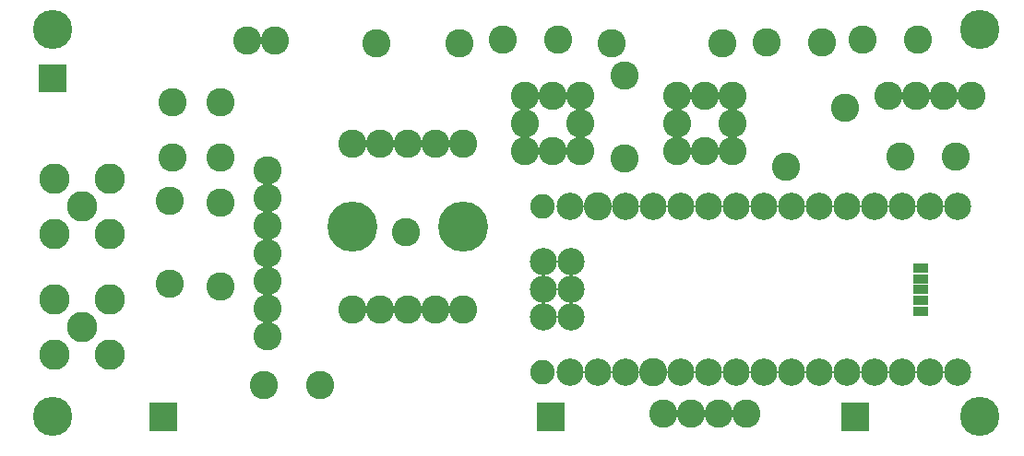
<source format=gbr>
%FSLAX34Y34*%
%MOMM*%
%LNSOLDERMASK_BOTTOM*%
G71*
G01*
%ADD10R,1.470X0.835*%
%ADD11C,2.500*%
%ADD12C,2.250*%
%ADD13C,2.600*%
%ADD14C,2.800*%
%ADD15C,2.600*%
%ADD16C,4.600*%
%ADD17C,3.600*%
%LPD*%
X821785Y155745D02*
G54D10*
D03*
X821785Y145585D02*
G54D10*
D03*
X821785Y135933D02*
G54D10*
D03*
X821785Y125773D02*
G54D10*
D03*
X821785Y115867D02*
G54D10*
D03*
X500221Y60241D02*
G54D11*
D03*
X525621Y60241D02*
G54D11*
D03*
X551021Y60241D02*
G54D11*
D03*
X576421Y60241D02*
G54D11*
D03*
X601821Y60241D02*
G54D11*
D03*
X627221Y60241D02*
G54D11*
D03*
X652621Y60241D02*
G54D11*
D03*
X678021Y60241D02*
G54D11*
D03*
X703421Y60241D02*
G54D11*
D03*
X728821Y60241D02*
G54D11*
D03*
X754221Y60241D02*
G54D11*
D03*
X779621Y60241D02*
G54D11*
D03*
X805021Y60241D02*
G54D11*
D03*
X830421Y60241D02*
G54D11*
D03*
X855821Y60241D02*
G54D11*
D03*
X500221Y212641D02*
G54D11*
D03*
X525621Y212641D02*
G54D11*
D03*
X551021Y212641D02*
G54D11*
D03*
X576421Y212641D02*
G54D11*
D03*
X601821Y212641D02*
G54D11*
D03*
X627221Y212641D02*
G54D11*
D03*
X652621Y212641D02*
G54D11*
D03*
X678021Y212641D02*
G54D11*
D03*
X703421Y212641D02*
G54D11*
D03*
X728821Y212641D02*
G54D11*
D03*
X754221Y212641D02*
G54D11*
D03*
X779621Y212641D02*
G54D11*
D03*
X805021Y212641D02*
G54D11*
D03*
X830421Y212641D02*
G54D11*
D03*
X855821Y212641D02*
G54D11*
D03*
X474980Y212800D02*
G54D12*
D03*
X474980Y60400D02*
G54D12*
D03*
X501237Y161587D02*
G54D11*
D03*
X475837Y161587D02*
G54D11*
D03*
X501237Y136187D02*
G54D11*
D03*
X475837Y136187D02*
G54D11*
D03*
X501237Y110787D02*
G54D11*
D03*
X475837Y110787D02*
G54D11*
D03*
X398780Y361900D02*
G54D13*
D03*
X322580Y361900D02*
G54D13*
D03*
X203655Y364475D02*
G54D13*
D03*
X229155Y364475D02*
G54D13*
D03*
X27280Y238175D02*
G54D14*
D03*
X78080Y238175D02*
G54D14*
D03*
X52680Y212775D02*
G54D14*
D03*
X78080Y187375D02*
G54D14*
D03*
X27280Y187375D02*
G54D14*
D03*
X792321Y314241D02*
G54D13*
D03*
X817721Y314241D02*
G54D13*
D03*
X843121Y314241D02*
G54D13*
D03*
X868521Y314241D02*
G54D13*
D03*
X222760Y93301D02*
G54D13*
D03*
X222760Y118701D02*
G54D13*
D03*
X222760Y144101D02*
G54D13*
D03*
X222760Y169501D02*
G54D13*
D03*
X222760Y194901D02*
G54D13*
D03*
X222760Y220301D02*
G54D13*
D03*
X222760Y245701D02*
G54D13*
D03*
X300196Y269791D02*
G54D15*
D03*
X325596Y269791D02*
G54D15*
D03*
X350996Y269791D02*
G54D15*
D03*
X376396Y269791D02*
G54D15*
D03*
X401796Y269791D02*
G54D15*
D03*
X401796Y269791D02*
G54D15*
D03*
X401796Y193591D02*
G54D16*
D03*
X300196Y269791D02*
G54D15*
D03*
X300196Y193591D02*
G54D13*
D03*
X300196Y117391D02*
G54D15*
D03*
X300196Y117391D02*
G54D15*
D03*
X325596Y117391D02*
G54D15*
D03*
X350996Y117391D02*
G54D15*
D03*
X376396Y117391D02*
G54D15*
D03*
X401796Y117391D02*
G54D15*
D03*
X300196Y193591D02*
G54D16*
D03*
X27280Y127050D02*
G54D14*
D03*
X78080Y127050D02*
G54D14*
D03*
X52680Y101650D02*
G54D14*
D03*
X78080Y76250D02*
G54D14*
D03*
X27280Y76250D02*
G54D14*
D03*
X458946Y314241D02*
G54D13*
D03*
X484346Y314241D02*
G54D13*
D03*
X509746Y314241D02*
G54D13*
D03*
X509746Y314241D02*
G54D13*
D03*
X509746Y288841D02*
G54D13*
D03*
X509746Y263441D02*
G54D13*
D03*
X458946Y263441D02*
G54D13*
D03*
X484346Y263441D02*
G54D13*
D03*
X509746Y263441D02*
G54D13*
D03*
X458946Y314241D02*
G54D13*
D03*
X458946Y288841D02*
G54D13*
D03*
X458946Y263441D02*
G54D13*
D03*
X438045Y365657D02*
G54D13*
D03*
X489026Y365770D02*
G54D13*
D03*
X538480Y361900D02*
G54D13*
D03*
X640080Y361900D02*
G54D13*
D03*
X731666Y363225D02*
G54D13*
D03*
X680685Y363113D02*
G54D13*
D03*
X768245Y365657D02*
G54D13*
D03*
X819226Y365770D02*
G54D13*
D03*
X179682Y308024D02*
G54D13*
D03*
X179794Y257043D02*
G54D13*
D03*
X135232Y308024D02*
G54D13*
D03*
X135344Y257043D02*
G54D13*
D03*
X179071Y139203D02*
G54D13*
D03*
X179122Y215453D02*
G54D13*
D03*
X132582Y141362D02*
G54D13*
D03*
X132632Y217612D02*
G54D13*
D03*
X853963Y258284D02*
G54D13*
D03*
X802982Y258171D02*
G54D13*
D03*
X219496Y48455D02*
G54D13*
D03*
X270476Y48567D02*
G54D13*
D03*
X550546Y256678D02*
G54D13*
D03*
X550596Y332928D02*
G54D13*
D03*
X222760Y118701D02*
G54D13*
D03*
X868521Y314241D02*
G54D13*
D03*
X489026Y365770D02*
G54D13*
D03*
X731666Y363225D02*
G54D13*
D03*
X819226Y365770D02*
G54D13*
D03*
X550596Y332928D02*
G54D13*
D03*
X802982Y258171D02*
G54D13*
D03*
X270476Y48567D02*
G54D13*
D03*
X350996Y269791D02*
G54D13*
D03*
X376396Y117391D02*
G54D13*
D03*
X401796Y117391D02*
G54D13*
D03*
X300196Y117391D02*
G54D13*
D03*
X350996Y117391D02*
G54D13*
D03*
X300196Y269791D02*
G54D13*
D03*
X401796Y269791D02*
G54D13*
D03*
X135344Y257043D02*
G54D13*
D03*
X179794Y257043D02*
G54D13*
D03*
X576421Y60241D02*
G54D13*
D03*
X525621Y212641D02*
G54D13*
D03*
X349760Y188551D02*
G54D13*
D03*
X598646Y314241D02*
G54D13*
D03*
X598646Y288841D02*
G54D13*
D03*
X598646Y263441D02*
G54D13*
D03*
X649446Y314241D02*
G54D13*
D03*
X624046Y314241D02*
G54D13*
D03*
X598646Y314241D02*
G54D13*
D03*
X649446Y314241D02*
G54D13*
D03*
X649446Y288841D02*
G54D13*
D03*
X649446Y263441D02*
G54D13*
D03*
X649446Y263441D02*
G54D13*
D03*
X624046Y263441D02*
G54D13*
D03*
X598646Y263441D02*
G54D13*
D03*
X698796Y248889D02*
G54D13*
D03*
X752749Y302771D02*
G54D13*
D03*
X752749Y302771D02*
G54D13*
D03*
G36*
X12400Y343150D02*
X38400Y343150D01*
X38400Y317150D01*
X12400Y317150D01*
X12400Y343150D01*
G37*
G36*
X469600Y32000D02*
X495600Y32000D01*
X495600Y6000D01*
X469600Y6000D01*
X469600Y32000D01*
G37*
G36*
X749000Y32000D02*
X775000Y32000D01*
X775000Y6000D01*
X749000Y6000D01*
X749000Y32000D01*
G37*
G36*
X114000Y32000D02*
X140000Y32000D01*
X140000Y6000D01*
X114000Y6000D01*
X114000Y32000D01*
G37*
X25400Y374600D02*
G54D17*
D03*
X25400Y19000D02*
G54D17*
D03*
X876300Y19000D02*
G54D17*
D03*
X876300Y374600D02*
G54D17*
D03*
X636746Y22141D02*
G54D13*
D03*
X611346Y22141D02*
G54D13*
D03*
X585946Y22141D02*
G54D13*
D03*
X662146Y22141D02*
G54D13*
D03*
X636746Y22141D02*
G54D13*
D03*
X611346Y22141D02*
G54D13*
D03*
M02*

</source>
